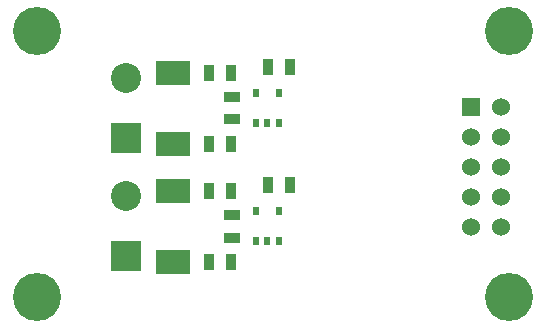
<source format=gbs>
G04 (created by PCBNEW (2013-mar-13)-testing) date Thu 04 Apr 2013 08:37:25 PM CEST*
%MOIN*%
G04 Gerber Fmt 3.4, Leading zero omitted, Abs format*
%FSLAX34Y34*%
G01*
G70*
G90*
G04 APERTURE LIST*
%ADD10C,0.006*%
%ADD11R,0.02X0.03*%
%ADD12R,0.1181X0.0787*%
%ADD13R,0.055X0.035*%
%ADD14R,0.035X0.055*%
%ADD15R,0.06X0.06*%
%ADD16C,0.06*%
%ADD17R,0.1X0.1*%
%ADD18C,0.1*%
%ADD19C,0.16*%
G04 APERTURE END LIST*
G54D10*
G54D11*
X43288Y-47153D03*
X42538Y-47153D03*
X43288Y-46153D03*
X42913Y-47153D03*
X42538Y-46153D03*
X43288Y-51090D03*
X42538Y-51090D03*
X43288Y-50090D03*
X42913Y-51090D03*
X42538Y-50090D03*
G54D12*
X39763Y-45472D03*
X39763Y-47834D03*
X39763Y-49409D03*
X39763Y-51771D03*
G54D13*
X41732Y-47028D03*
X41732Y-46278D03*
X41732Y-50965D03*
X41732Y-50215D03*
G54D14*
X40963Y-51771D03*
X41713Y-51771D03*
X40963Y-49409D03*
X41713Y-49409D03*
X40963Y-47834D03*
X41713Y-47834D03*
X40963Y-45472D03*
X41713Y-45472D03*
X42932Y-45275D03*
X43682Y-45275D03*
X42932Y-49212D03*
X43682Y-49212D03*
G54D15*
X49696Y-46622D03*
G54D16*
X50696Y-46622D03*
X49696Y-47622D03*
X50696Y-47622D03*
X49696Y-48622D03*
X50696Y-48622D03*
X49696Y-49622D03*
X50696Y-49622D03*
X49696Y-50622D03*
X50696Y-50622D03*
G54D17*
X38188Y-51590D03*
G54D18*
X38188Y-49590D03*
G54D17*
X38188Y-47653D03*
G54D18*
X38188Y-45653D03*
G54D19*
X35236Y-52952D03*
X50984Y-52952D03*
X35236Y-44094D03*
X50984Y-44094D03*
M02*

</source>
